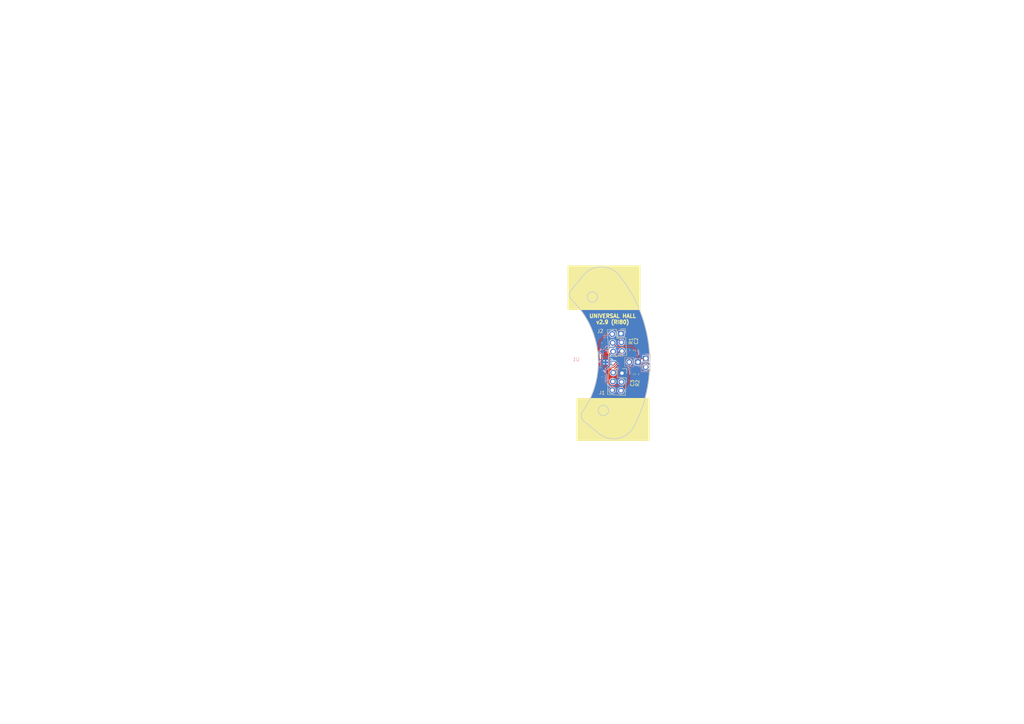
<source format=kicad_pcb>
(kicad_pcb (version 20211014) (generator pcbnew)
  (layers (0 "F.Cu" signal) (31 "B.Cu" signal) (34 "B.Paste" user) (35 "F.Paste" user) (36 "B.SilkS" user "B.Silkscreen") (37 "F.SilkS" user "F.Silkscreen") (38 "B.Mask" user) (39 "F.Mask" user) (44 "Edge.Cuts" user))
  (net 0 "")
  (net 1 "A")
  (net 2 "B")
  (net 3 "+3V3")
  (net 4 "VTEMP1")
  (net 5 "GND")
  (net 6 "MOSI")
  (net 7 "CS")
  (net 8 "MISO")
  (net 9 "MGL")
  (net 10 "SCLK")
  (net 11 "MGH")
  (net 12 "VTEMP2")
  (net 13 "V")
  (net 15 "W")
  (net 18 "U")
  (footprint "footprints:R_0603_1608Metric_Pad0.98x0.95mm_HandSolder" (layer "F.Cu") (at 184.7 108.5 -90)
    (fp_text reference "R2" (at 2.6 -0.2 90) (layer "F.SilkS"))
    (fp_text value "10k")
    (fp_line (start -0.254724 0.5225) (end 0.254724 0.5225) (layer "F.SilkS") (width 0.12))
    (fp_line (start -0.254724 -0.5225) (end 0.254724 -0.5225) (layer "F.SilkS") (width 0.12))
    (pad "1" smd roundrect locked (at -0.9125 0 270) (size 0.975 0.95) (layers "F.Cu" "F.Paste" "F.Mask") (net 12 "VTEMP2"))
    (pad "2" smd roundrect locked (at 0.9125 0 270) (size 0.975 0.95) (layers "F.Cu" "F.Paste" "F.Mask") (net 5 "GND"))
  )
  (footprint "Connector_PinSocket_2.54mm:PinSocket_2x03_P2.54mm_Vertical" (layer "F.Cu") (at 180.1 96.723428 3.17)
    (fp_text reference "J2" (at -5.950814 -1.054113 3.17) (layer "F.SilkS"))
    (fp_text value "Conn_02x03_Odd_Even")
    (fp_line (start 1.33 1.27) (end 1.33 6.41) (layer "F.SilkS") (width 0.12))
    (fp_line (start -3.87 6.41) (end 1.33 6.41) (layer "F.SilkS") (width 0.12))
    (fp_line (start 1.33 -1.33) (end 1.33 0) (layer "F.SilkS") (width 0.12))
    (fp_line (start -1.27 1.27) (end 1.33 1.27) (layer "F.SilkS") (width 0.12))
    (fp_line (start 0 -1.33) (end 1.33 -1.33) (layer "F.SilkS") (width 0.12))
    (fp_line (start -1.27 -1.33) (end -1.27 1.27) (layer "F.SilkS") (width 0.12))
    (fp_line (start -3.87 -1.33) (end -1.27 -1.33) (layer "F.SilkS") (width 0.12))
    (fp_line (start -3.87 -1.33) (end -3.87 6.41) (layer "F.SilkS") (width 0.12))
    (pad "1" thru_hole rect locked (at 0 0 3.17) (size 1.7 1.7) (drill 1) (layers *.Cu *.Mask) (net 9 "MGL"))
    (pad "2" thru_hole oval locked (at -2.54 0 3.17) (size 1.7 1.7) (drill 1) (layers *.Cu *.Mask) (net 10 "SCLK"))
    (pad "3" thru_hole oval locked (at 0 2.54 3.17) (size 1.7 1.7) (drill 1) (layers *.Cu *.Mask) (net 8 "MISO"))
    (pad "4" thru_hole oval locked (at -2.54 2.54 3.17) (size 1.7 1.7) (drill 1) (layers *.Cu *.Mask) (net 6 "MOSI"))
    (pad "5" thru_hole oval locked (at 0 5.08 3.17) (size 1.7 1.7) (drill 1) (layers *.Cu *.Mask) (net 7 "CS"))
    (pad "6" thru_hole oval locked (at -2.54 5.08 3.17) (size 1.7 1.7) (drill 1) (layers *.Cu *.Mask) (net 11 "MGH"))
  )
  (footprint "Connector_PinSocket_2.54mm:PinSocket_2x03_P2.54mm_Vertical" (layer "F.Cu") (at 180.4 108.2 -3.17)
    (fp_text reference "J1" (at -5.475922 6.012011 -3.17) (layer "F.SilkS"))
    (fp_text value "Conn_02x03_Odd_Even")
    (fp_line (start -1.27 -1.33) (end -1.27 1.27) (layer "F.SilkS") (width 0.12))
    (fp_line (start 0 -1.33) (end 1.33 -1.33) (layer "F.SilkS") (width 0.12))
    (fp_line (start 1.33 -1.33) (end 1.33 0) (layer "F.SilkS") (width 0.12))
    (fp_line (start -1.27 1.27) (end 1.33 1.27) (layer "F.SilkS") (width 0.12))
    (fp_line (start 1.33 1.27) (end 1.33 6.41) (layer "F.SilkS") (width 0.12))
    (fp_line (start -3.87 -1.33) (end -1.27 -1.33) (layer "F.SilkS") (width 0.12))
    (fp_line (start -3.87 -1.33) (end -3.87 6.41) (layer "F.SilkS") (width 0.12))
    (fp_line (start -3.87 6.41) (end 1.33 6.41) (layer "F.SilkS") (width 0.12))
    (pad "1" thru_hole rect locked (at 0 0 356.83) (size 1.7 1.7) (drill 1) (layers *.Cu *.Mask) (net 5 "GND"))
    (pad "2" thru_hole oval locked (at -2.54 0 356.83) (size 1.7 1.7) (drill 1) (layers *.Cu *.Mask) (net 12 "VTEMP2"))
    (pad "3" thru_hole oval locked (at 0 2.54 356.83) (size 1.7 1.7) (drill 1) (layers *.Cu *.Mask) (net 2 "B"))
    (pad "4" thru_hole oval locked (at -2.54 2.54 356.83) (size 1.7 1.7) (drill 1) (layers *.Cu *.Mask) (net 1 "A"))
    (pad "5" thru_hole oval locked (at 0 5.08 356.83) (size 1.7 1.7) (drill 1) (layers *.Cu *.Mask) (net 4 "VTEMP1"))
    (pad "6" thru_hole oval locked (at -2.54 5.08 356.83) (size 1.7 1.7) (drill 1) (layers *.Cu *.Mask) (net 3 "+3V3"))
  )
  (footprint "footprints:R_0603_1608Metric_Pad0.98x0.95mm_HandSolder" (layer "F.Cu") (at 183.2 101.5 90)
    (fp_text reference "R1" (at 2.6 -0.2 90) (layer "F.SilkS"))
    (fp_text value "10k")
    (fp_line (start -0.254724 -0.5225) (end 0.254724 -0.5225) (layer "F.SilkS") (width 0.12))
    (fp_line (start -0.254724 0.5225) (end 0.254724 0.5225) (layer "F.SilkS") (width 0.12))
    (pad "1" smd roundrect locked (at -0.9125 0 90) (size 0.975 0.95) (layers "F.Cu" "F.Paste" "F.Mask") (net 4 "VTEMP1"))
    (pad "2" smd roundrect locked (at 0.9125 0 90) (size 0.975 0.95) (layers "F.Cu" "F.Paste" "F.Mask") (net 5 "GND"))
  )
  (footprint "footprints:C_0603_1608Metric_Pad1.08x0.95mm_HandSolder" (layer "F.Cu") (at 184.7 101.5 90)
    (fp_text reference "C2" (at 2.6 -0.2 90) (layer "F.SilkS"))
    (fp_text value "C")
    (fp_line (start -0.146267 -0.51) (end 0.146267 -0.51) (layer "F.SilkS") (width 0.12))
    (fp_line (start -0.146267 0.51) (end 0.146267 0.51) (layer "F.SilkS") (width 0.12))
    (pad "1" smd roundrect locked (at -0.8625 0 90) (size 1.075 0.95) (layers "F.Cu" "F.Paste" "F.Mask") (net 4 "VTEMP1"))
    (pad "2" smd roundrect locked (at 0.8625 0 90) (size 1.075 0.95) (layers "F.Cu" "F.Paste" "F.Mask") (net 5 "GND"))
  )
  (footprint "footprints:C_0603_1608Metric_Pad1.08x0.95mm_HandSolder" (layer "F.Cu") (at 183.2 108.5 -90)
    (fp_text reference "C3" (at 2.6 -0.2 90) (layer "F.SilkS"))
    (fp_text value "C")
    (fp_line (start -0.146267 -0.51) (end 0.146267 -0.51) (layer "F.SilkS") (width 0.12))
    (fp_line (start -0.146267 0.51) (end 0.146267 0.51) (layer "F.SilkS") (width 0.12))
    (pad "1" smd roundrect locked (at -0.8625 0 270) (size 1.075 0.95) (layers "F.Cu" "F.Paste" "F.Mask") (net 12 "VTEMP2"))
    (pad "2" smd roundrect locked (at 0.8625 0 270) (size 1.075 0.95) (layers "F.Cu" "F.Paste" "F.Mask") (net 5 "GND"))
  )
  (footprint "footprints:C_0603_1608Metric_Pad1.08x0.95mm_HandSolder" (layer "B.Cu") (at 174.7 101.1 90)
    (fp_text reference "C1" (at 0 1.43 270) (layer "B.SilkS") (effects (justify mirror)))
    (fp_text value "1uF")
    (fp_line (start -0.146267 0.51) (end 0.146267 0.51) (layer "B.SilkS") (width 0.12))
    (fp_line (start -0.146267 -0.51) (end 0.146267 -0.51) (layer "B.SilkS") (width 0.12))
    (pad "1" smd roundrect locked (at -0.8625 0 90) (size 1.075 0.95) (layers "B.Cu" "B.Paste" "B.Mask") (net 3 "+3V3"))
    (pad "2" smd roundrect locked (at 0.8625 0 90) (size 1.075 0.95) (layers "B.Cu" "B.Paste" "B.Mask") (net 5 "GND"))
  )
  (footprint "footprints:PinHeader_1x02_P2.54mm_Vertical" (layer "B.Cu") (at 185.05 105 90)
    (fp_text reference "TH1" (at 0 2.33 90) (layer "B.SilkS") (effects (justify mirror)))
    (fp_text value "NTC")
    (fp_line (start -1.33 -3.87) (end 1.33 -3.87) (layer "B.SilkS") (width 0.12))
    (fp_line (start -1.33 0) (end -1.33 1.33) (layer "B.SilkS") (width 0.12))
    (fp_line (start -1.33 -1.27) (end 1.33 -1.27) (layer "B.SilkS") (width 0.12))
    (fp_line (start 1.33 -1.27) (end 1.33 -3.87) (layer "B.SilkS") (width 0.12))
    (fp_line (start -1.33 1.33) (end 0 1.33) (layer "B.SilkS") (width 0.12))
    (fp_line (start -1.33 -1.27) (end -1.33 -3.87) (layer "B.SilkS") (width 0.12))
    (pad "1" thru_hole rect locked (at 0 0 90) (size 1.7 1.7) (drill 1) (layers *.Cu *.Mask) (net 3 "+3V3"))
    (pad "2" thru_hole oval locked (at 0 -2.54 90) (size 1.7 1.7) (drill 1) (layers *.Cu *.Mask) (net 4 "VTEMP1"))
  )
  (footprint "Package_DFN_QFN:VQFN-16-1EP_3x3mm_P0.5mm_EP1.8x1.8mm" (layer "B.Cu") (at 175.6 105 180)
    (fp_text reference "U1" (at 8.52 0.79) (layer "B.SilkS") (effects (justify mirror)))
    (fp_text value "MA710")
    (fp_line (start -1.135 -1.61) (end -1.61 -1.61) (layer "B.SilkS") (width 0.12))
    (fp_line (start 1.61 -1.61) (end 1.61 -1.135) (layer "B.SilkS") (width 0.12))
    (fp_line (start -1.61 -1.61) (end -1.61 -1.135) (layer "B.SilkS") (width 0.12))
    (fp_line (start 1.61 1.61) (end 1.61 1.135) (layer "B.SilkS") (width 0.12))
    (fp_line (start 1.135 1.61) (end 1.61 1.61) (layer "B.SilkS") (width 0.12))
    (fp_line (start 1.135 -1.61) (end 1.61 -1.61) (layer "B.SilkS") (width 0.12))
    (fp_line (start -1.135 1.61) (end -1.61 1.61) (layer "B.SilkS") (width 0.12))
    (pad "1" smd roundrect locked (at -1.4875 0.75 180) (size 0.775 0.25) (layers "B.Cu" "B.Paste" "B.Mask") (net 13 "V"))
    (pad "2" smd roundrect locked (at -1.4875 0.25 180) (size 0.775 0.25) (layers "B.Cu" "B.Paste" "B.Mask") (net 1 "A"))
    (pad "3" smd roundrect locked (at -1.4875 -0.25 180) (size 0.775 0.25) (layers "B.Cu" "B.Paste" "B.Mask"))
    (pad "4" smd roundrect locked (at -1.4875 -0.75 180) (size 0.775 0.25) (layers "B.Cu" "B.Paste" "B.Mask") (net 6 "MOSI"))
    (pad "5" smd roundrect locked (at -0.75 -1.4875 180) (size 0.25 0.775) (layers "B.Cu" "B.Paste" "B.Mask") (net 7 "CS"))
    (pad "6" smd roundrect locked (at -0.25 -1.4875 180) (size 0.25 0.775) (layers "B.Cu" "B.Paste" "B.Mask") (net 2 "B"))
    (pad "7" smd roundrect locked (at 0.25 -1.4875 180) (size 0.25 0.775) (layers "B.Cu" "B.Paste" "B.Mask") (net 8 "MISO"))
    (pad "8" smd roundrect locked (at 0.75 -1.4875 180) (size 0.25 0.775) (layers "B.Cu" "B.Paste" "B.Mask") (net 5 "GND"))
    (pad "9" smd roundrect locked (at 1.4875 -0.75 180) (size 0.775 0.25) (layers "B.Cu" "B.Paste" "B.Mask") (net 15 "W"))
    (pad "10" smd roundrect locked (at 1.4875 -0.25 180) (size 0.775 0.25) (layers "B.Cu" "B.Paste" "B.Mask"))
    (pad "11" smd roundrect locked (at 1.4875 0.25 180) (size 0.775 0.25) (layers "B.Cu" "B.Paste" "B.Mask") (net 9 "MGL"))
    (pad "12" smd roundrect locked (at 1.4875 0.75 180) (size 0.775 0.25) (layers "B.Cu" "B.Paste" "B.Mask") (net 10 "SCLK"))
    (pad "13" smd roundrect locked (at 0.75 1.4875 180) (size 0.25 0.775) (layers "B.Cu" "B.Paste" "B.Mask") (net 3 "+3V3"))
    (pad "14" smd roundrect locked (at 0.25 1.4875 180) (size 0.25 0.775) (layers "B.Cu" "B.Paste" "B.Mask"))
    (pad "15" smd roundrect locked (at -0.25 1.4875 180) (size 0.25 0.775) (layers "B.Cu" "B.Paste" "B.Mask") (net 18 "U"))
    (pad "16" smd roundrect locked (at -0.75 1.4875 180) (size 0.25 0.775) (layers "B.Cu" "B.Paste" "B.Mask") (net 11 "MGH"))
    (pad "17" smd rect locked (at 0 0 180) (size 1.8 1.8) (layers "B.Cu" "B.Mask") (net 5 "GND"))
  )
  (footprint "footprints:PinHeader_1x02_P2.54mm_Vertical" (layer "B.Cu") (at 187.3 103.925 180)
    (fp_text reference "TH2" (at 7.8 0.925) (layer "B.SilkS") (effects (justify mirror)))
    (fp_text value "NTC")
    (fp_line (start -1.33 -1.27) (end -1.33 -3.87) (layer "B.SilkS") (width 0.12))
    (fp_line (start -1.33 -1.27) (end 1.33 -1.27) (layer "B.SilkS") (width 0.12))
    (fp_line (start -1.33 0) (end -1.33 1.33) (layer "B.SilkS") (width 0.12))
    (fp_line (start 1.33 -1.27) (end 1.33 -3.87) (layer "B.SilkS") (width 0.12))
    (fp_line (start -1.33 -3.87) (end 1.33 -3.87) (layer "B.SilkS") (width 0.12))
    (fp_line (start -1.33 1.33) (end 0 1.33) (layer "B.SilkS") (width 0.12))
    (pad "1" thru_hole rect locked (at 0 0 180) (size 1.7 1.7) (drill 1) (layers *.Cu *.Mask) (net 3 "+3V3"))
    (pad "2" thru_hole oval locked (at 0 -2.54 180) (size 1.7 1.7) (drill 1) (layers *.Cu *.Mask) (net 12 "VTEMP2"))
  )
  (gr_rect (start 167.3 115.5) (end 188.3 127.8) (layer "F.SilkS") (width 0.15) (fill solid))
  (gr_rect (start 164.7 77) (end 185.7 89.8) (layer "F.SilkS") (width 0.15) (fill solid))
  (gr_arc (start 183.850624 123.717192) (mid 179.267591 127.135146) (end 173.721527 125.746701) (layer "Edge.Cuts") (width 0.25))
  (gr_circle (center 175.012968 119.037894) (end 176.512968 119.037894) (layer "Edge.Cuts") (width 0.25) (fill none))
  (gr_arc (start 179.577049 79.816335) (mid 186.161398 91.523387) (end 188.499218 104.750001) (layer "Edge.Cuts") (width 0.25))
  (gr_arc (start 165.768281 86.922212) (mid 165.153338 85.595855) (end 165.605163 84.205448) (layer "Edge.Cuts") (width 0.25))
  (gr_arc (start 188.499218 105.249998) (mid 187.289934 114.764268) (end 183.850625 123.717192) (layer "Edge.Cuts") (width 0.25))
  (gr_arc (start 165.768281 86.922211) (mid 173.382382 102.577798) (end 168.93064 119.407947) (layer "Edge.Cuts") (width 0.25))
  (gr_arc (start 188.499219 105.249999) (mid 188.25 105) (end 188.499218 104.750001) (layer "Edge.Cuts") (width 0.25))
  (gr_circle (center 171.807787 86.112251) (end 173.307787 86.112251) (layer "Edge.Cuts") (width 0.25) (fill none))
  (gr_line (start 169.246701 79.778472) (end 165.605163 84.205448) (layer "Edge.Cuts") (width 0.25))
  (gr_arc (start 169.246702 79.778472) (mid 174.420858 77.346455) (end 179.577049 79.816334) (layer "Edge.Cuts") (width 0.25))
  (gr_line (start 173.721527 125.746701) (end 169.294551 122.105163) (layer "Edge.Cuts") (width 0.25))
  (gr_arc (start 169.294551 122.105163) (mid 168.58305 120.828002) (end 168.93064 119.407947) (layer "Edge.Cuts") (width 0.25))
  (gr_text "UNIVERSAL HALL\nv2.9 (RI80)" (at 177.7 92.5) (layer "F.SilkS") (effects (font (size 1.1 1.1) (thickness 0.275))))
  (segment (start 178.35 104.75) (end 179.038398 105.438398) (width 0.25) (layer "B.Cu") (net 1))
  (segment (start 179.038398 105.438398) (end 179.038398 109.280685) (width 0.25) (layer "B.Cu") (net 1))
  (segment (start 177.0875 104.75) (end 178.35 104.75) (width 0.25) (layer "B.Cu") (net 1))
  (segment (start 179.038398 109.280685) (end 177.723428 110.595655) (width 0.25) (layer "B.Cu") (net 1))
  (segment (start 175.85 106.4875) (end 175.85 110.75) (width 0.25) (layer "B.Cu") (net 2))
  (segment (start 176.870166 111.770166) (end 179.225488 111.770166) (width 0.25) (layer "B.Cu") (net 2))
  (segment (start 175.85 110.75) (end 176.870166 111.770166) (width 0.25) (layer "B.Cu") (net 2))
  (segment (start 179.225488 111.770166) (end 180.259541 110.736113) (width 0.25) (layer "B.Cu") (net 2))
  (segment (start 187.3 103.925) (end 186.125 103.925) (width 0.3) (layer "F.Cu") (net 3))
  (segment (start 174.7 102.7) (end 174.5 102.9) (width 0.3) (layer "F.Cu") (net 3))
  (segment (start 185.3 104.75) (end 185.05 105) (width 0.2) (layer "F.Cu") (net 3))
  (segment (start 175.8 108.630916) (end 175.8 111.348799) (width 0.3) (layer "F.Cu") (net 3))
  (segment (start 174.5 107.330916) (end 175.8 108.630916) (width 0.3) (layer "F.Cu") (net 3))
  (segment (start 174.5 102.9) (end 174.5 107.330916) (width 0.3) (layer "F.Cu") (net 3))
  (segment (start 175.8 111.348799) (end 177.582969 113.131768) (width 0.3) (layer "F.Cu") (net 3))
  (segment (start 186.125 103.925) (end 185.05 105) (width 0.3) (layer "F.Cu") (net 3))
  (via (at 174.7 102.7) (size 0.3) (drill 0.2) (layers "F.Cu" "B.Cu") (net 3))
  (segment (start 174.85 102.85) (end 174.85 103.5125) (width 0.3) (layer "B.Cu") (net 3))
  (segment (start 174.7 102.7) (end 174.7 101.9625) (width 0.3) (layer "B.Cu") (net 3))
  (segment (start 175.6375 101.9625) (end 174.7 101.9625) (width 0.3) (layer "B.Cu") (net 3))
  (segment (start 176.9 100.7) (end 175.6375 101.9625) (width 0.3) (layer "B.Cu") (net 3))
  (segment (start 185.05 102.15) (end 183.359052 100.459052) (width 0.3) (layer "B.Cu") (net 3))
  (segment (start 183.359052 100.459052) (end 178.341659 100.459052) (width 0.3) (layer "B.Cu") (net 3))
  (segment (start 174.7 102.7) (end 174.85 102.85) (width 0.3) (layer "B.Cu") (net 3))
  (segment (start 185.05 105) (end 185.05 102.15) (width 0.3) (layer "B.Cu") (net 3))
  (segment (start 178.341659 100.459052) (end 178.100711 100.7) (width 0.3) (layer "B.Cu") (net 3))
  (segment (start 178.100711 100.7) (end 176.9 100.7) (width 0.3) (layer "B.Cu") (net 3))
  (segment (start 184.65 102.4125) (end 184.7 102.3625) (width 0.2) (layer "F.Cu") (net 4))
  (segment (start 182.51 105) (end 182.51 103.1025) (width 0.2) (layer "F.Cu") (net 4))
  (segment (start 182.51 103.1025) (end 183.2 102.4125) (width 0.2) (layer "F.Cu") (net 4))
  (segment (start 183.2 102.4125) (end 184.65 102.4125) (width 0.2) (layer "F.Cu") (net 4))
  (segment (start 180.119083 113.272227) (end 180.127773 113.272227) (width 0.2) (layer "B.Cu") (net 4))
  (segment (start 182.51 110.89) (end 182.51 105) (width 0.2) (layer "B.Cu") (net 4))
  (segment (start 180.127773 113.272227) (end 182.51 110.89) (width 0.2) (layer "B.Cu") (net 4))
  (via (at 174.55 109.25) (size 0.3) (drill 0.2) (layers "F.Cu" "B.Cu") (net 5))
  (via (at 176.1 104.6) (size 0.6) (drill 0.4) (layers "F.Cu" "B.Cu") (net 5))
  (via (at 175.2 105.5) (size 0.6) (drill 0.4) (layers "F.Cu" "B.Cu") (net 5))
  (via (at 175.2 104.6) (size 0.6) (drill 0.4) (layers "F.Cu" "B.Cu") (net 5))
  (via (at 174.6 99.4) (size 0.3) (drill 0.2) (layers "F.Cu" "B.Cu") (net 5))
  (via (at 176.1 105.5) (size 0.6) (drill 0.4) (layers "F.Cu" "B.Cu") (net 5))
  (via (at 176.1 97.9) (size 0.3) (drill 0.2) (layers "F.Cu" "B.Cu") (net 5))
  (segment (start 174.85 106.4875) (end 174.85 105.75) (width 0.25) (layer "B.Cu") (net 5))
  (segment (start 174.85 105.75) (end 175.6 105) (width 0.25) (layer "B.Cu") (net 5))
  (segment (start 174.8755 106.513) (end 174.85 106.4875) (width 0.25) (layer "B.Cu") (net 5))
  (segment (start 174.85 108.95) (end 174.55 109.25) (width 0.25) (layer "B.Cu") (net 5))
  (segment (start 174.85 106.4875) (end 174.85 108.95) (width 0.25) (layer "B.Cu") (net 5))
  (segment (start 179.019315 100.919315) (end 179 100.9) (width 0.25) (layer "F.Cu") (net 6))
  (segment (start 179.019315 104.780685) (end 179.019315 100.919315) (width 0.25) (layer "F.Cu") (net 6))
  (segment (start 177.774732 106.025268) (end 179.019315 104.780685) (width 0.25) (layer "F.Cu") (net 6))
  (segment (start 179 100.695655) (end 177.704345 99.4) (width 0.25) (layer "F.Cu") (net 6))
  (segment (start 179 100.9) (end 179 100.695655) (width 0.25) (layer "F.Cu") (net 6))
  (via (at 177.774732 106.025268) (size 0.3) (drill 0.2) (layers "F.Cu" "B.Cu") (net 6))
  (segment (start 177.0875 105.75) (end 177.499464 105.75) (width 0.25) (layer "B.Cu") (net 6))
  (segment (start 177.499464 105.75) (end 177.774732 106.025268) (width 0.25) (layer "B.Cu") (net 6))
  (segment (start 179.468835 102.1) (end 179.77318 101.795655) (width 0.25) (layer "F.Cu") (net 7))
  (segment (start 177 106.4745) (end 177.025279 106.499779) (width 0.25) (layer "F.Cu") (net 7))
  (segment (start 178.000221 106.499779) (end 179.468835 105.031165) (width 0.25) (layer "F.Cu") (net 7))
  (segment (start 177.025279 106.499779) (end 178.000221 106.499779) (width 0.25) (layer "F.Cu") (net 7))
  (segment (start 179.77318 101.795655) (end 180.380917 101.795655) (width 0.25) (layer "F.Cu") (net 7))
  (segment (start 179.468835 105.031165) (end 179.468835 102.1) (width 0.25) (layer "F.Cu") (net 7))
  (via (at 177 106.4745) (size 0.3) (drill 0.2) (layers "F.Cu" "B.Cu") (net 7))
  (segment (start 176.987 106.4875) (end 177 106.4745) (width 0.25) (layer "B.Cu") (net 7))
  (segment (start 176.35 106.4875) (end 176.987 106.4875) (width 0.25) (layer "B.Cu") (net 7))
  (segment (start 179.206407 98.225489) (end 180.240459 99.259541) (width 0.25) (layer "F.Cu") (net 8))
  (segment (start 176.525489 106.350011) (end 176.525489 106.27795) (width 0.25) (layer "F.Cu") (net 8))
  (segment (start 176.525489 106.27795) (end 176.8 106.003439) (width 0.25) (layer "F.Cu") (net 8))
  (segment (start 176.529834 102.282154) (end 176.529834 98.670166) (width 0.25) (layer "F.Cu") (net 8))
  (segment (start 176.974511 98.225489) (end 179.206407 98.225489) (width 0.25) (layer "F.Cu") (net 8))
  (segment (start 176.8 102.55232) (end 176.529834 102.282154) (width 0.25) (layer "F.Cu") (net 8))
  (segment (start 176.8 106.003439) (end 176.8 102.55232) (width 0.25) (layer "F.Cu") (net 8))
  (segment (start 175.3755 107.5) (end 176.525489 106.350011) (width 0.25) (layer "F.Cu") (net 8))
  (segment (start 176.529834 98.670166) (end 176.974511 98.225489) (width 0.25) (layer "F.Cu") (net 8))
  (via (at 175.3755 107.5) (size 0.3) (drill 0.2) (layers "F.Cu" "B.Cu") (net 8))
  (segment (start 175.35 107.4745) (end 175.35 106.4875) (width 0.25) (layer "B.Cu") (net 8))
  (segment (start 175.3755 107.5) (end 175.35 107.4745) (width 0.25) (layer "B.Cu") (net 8))
  (segment (start 175.45048 97.14952) (end 177 95.6) (width 0.25) (layer "F.Cu") (net 9))
  (segment (start 179 95.6) (end 180.1 96.7) (width 0.25) (layer "F.Cu") (net 9))
  (segment (start 173.742779 104.722366) (end 173.742779 102.257221) (width 0.25) (layer "F.Cu") (net 9))
  (segment (start 173.742779 102.257221) (end 175.45048 100.54952) (width 0.25) (layer "F.Cu") (net 9))
  (segment (start 177 95.6) (end 179 95.6) (width 0.25) (layer "F.Cu") (net 9))
  (segment (start 180.1 96.7) (end 180.1 96.723428) (width 0.25) (layer "F.Cu") (net 9))
  (segment (start 175.45048 100.54952) (end 175.45048 97.14952) (width 0.25) (layer "F.Cu") (net 9))
  (via (at 173.742779 104.722366) (size 0.3) (drill 0.2) (layers "F.Cu" "B.Cu") (net 9))
  (segment (start 174.084866 104.722366) (end 174.1125 104.75) (width 0.2) (layer "B.Cu") (net 9))
  (segment (start 173.742779 104.722366) (end 174.084866 104.722366) (width 0.2) (layer "B.Cu") (net 9))
  (segment (start 173.770413 104.75) (end 173.742779 104.722366) (width 0.2) (layer "B.Cu") (net 9))
  (segment (start 174.1125 104.25) (end 173.8 103.9375) (width 0.2) (layer "B.Cu") (net 10))
  (segment (start 173.8 99) (end 175.936113 96.863887) (width 0.2) (layer "B.Cu") (net 10))
  (segment (start 175.936113 96.863887) (end 177.563887 96.863887) (width 0.2) (layer "B.Cu") (net 10))
  (segment (start 173.8 103.9375) (end 173.8 99) (width 0.2) (layer "B.Cu") (net 10))
  (segment (start 176.35 103.430918) (end 177.844804 101.936114) (width 0.25) (layer "B.Cu") (net 11))
  (segment (start 176.35 103.5125) (end 176.35 103.430918) (width 0.25) (layer "B.Cu") (net 11))
  (segment (start 184.65 107.6375) (end 184.7 107.5875) (width 0.2) (layer "F.Cu") (net 12))
  (segment (start 179.223428 106.7) (end 182.2625 106.7) (width 0.2) (layer "F.Cu") (net 12))
  (segment (start 177.863887 108.059541) (end 179.223428 106.7) (width 0.2) (layer "F.Cu") (net 12))
  (segment (start 183.2 107.6375) (end 184.65 107.6375) (width 0.2) (layer "F.Cu") (net 12))
  (segment (start 186.1775 107.5875) (end 187.3 106.465) (width 0.2) (layer "F.Cu") (net 12))
  (segment (start 182.2625 106.7) (end 183.2 107.6375) (width 0.2) (layer "F.Cu") (net 12))
  (segment (start 184.7 107.5875) (end 186.1775 107.5875) (width 0.2) (layer "F.Cu") (net 12))
  (zone (net 5) (net_name "GND") (layers F&B.Cu) (connect_pads yes (clearance 0.1)) (min_thickness 0.254) (fill yes (thermal_gap 0.508) (thermal_bridge_width 0.508))
    (polygon (pts (xy 168.1 86) (xy 172 86) (xy 172 89.8) (xy 192.4 89.8) (xy 192.4 115.4) (xy 175 115.4) (xy 175 119) (xy 171.3 119) (xy 171.3 124) (xy 160 124) (xy 160 80.8) (xy 168.1 80.8)))
  )
)
</source>
